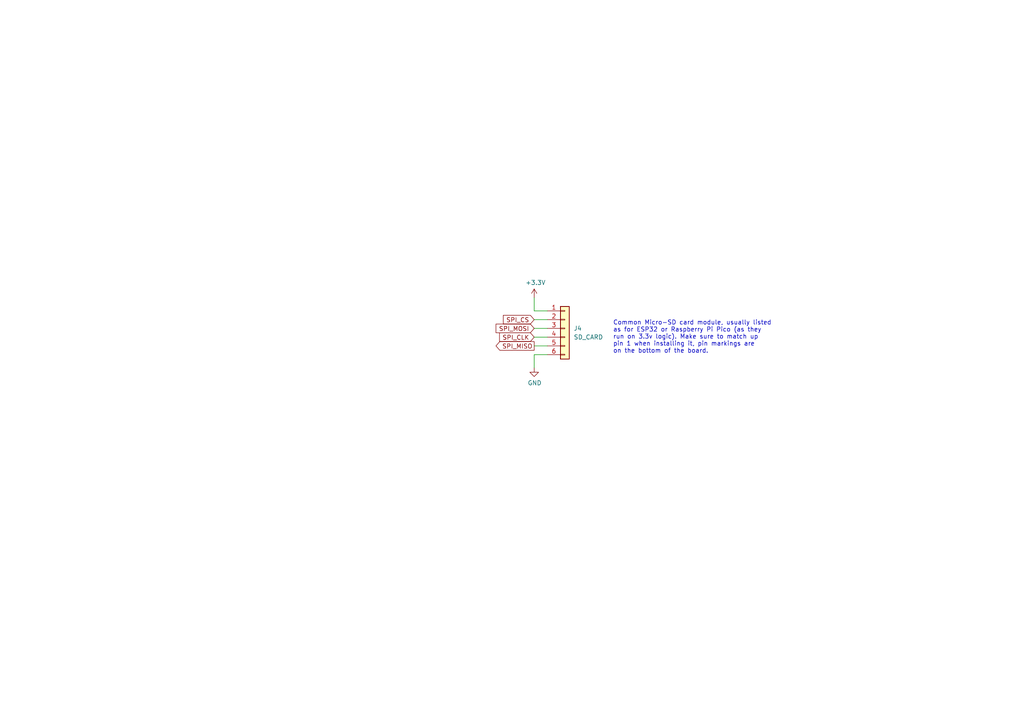
<source format=kicad_sch>
(kicad_sch (version 20231120) (generator "eeschema") (generator_version "8.0")
  (paper "A4")
  (lib_symbols
    (symbol "Connector_Generic:Conn_01x06" (pin_names (offset 1.016) hide)
      (property "Reference" "J" (at 0 7.62 0))
      (property "Value" "Conn_01x06" (at 0 -10.16 0))
      (symbol "Conn_01x06_1_1"
        (rectangle (start -1.27 -7.493) (end 0 -7.747) (stroke (width 0.1524)))
        (rectangle (start -1.27 -4.953) (end 0 -5.207) (stroke (width 0.1524)))
        (rectangle (start -1.27 -2.413) (end 0 -2.667) (stroke (width 0.1524)))
        (rectangle (start -1.27 0.127) (end 0 -0.127) (stroke (width 0.1524)))
        (rectangle (start -1.27 2.667) (end 0 2.413) (stroke (width 0.1524)))
        (rectangle (start -1.27 5.207) (end 0 4.953) (stroke (width 0.1524)))
        (rectangle (start -1.27 6.35) (end 1.27 -8.89) (stroke (width 0.254)) (fill (type background)))
        (pin passive line (at -5.08 5.08 0) (length 3.81) (name "Pin_1") (number "1"))
        (pin passive line (at -5.08 2.54 0) (length 3.81) (name "Pin_2") (number "2"))
        (pin passive line (at -5.08 0 0) (length 3.81) (name "Pin_3") (number "3"))
        (pin passive line (at -5.08 -2.54 0) (length 3.81) (name "Pin_4") (number "4"))
        (pin passive line (at -5.08 -5.08 0) (length 3.81) (name "Pin_5") (number "5"))
        (pin passive line (at -5.08 -7.62 0) (length 3.81) (name "Pin_6") (number "6"))
      )
    )
    (symbol "power:+3.3V" (power) (pin_numbers hide) (pin_names (offset 0) hide)
      (property "Value" "+3.3V" (at 0 3.556 0))
      (symbol "+3.3V_0_1"
        (polyline (pts (xy -0.762 1.27) (xy 0 2.54)))
        (polyline (pts (xy 0 0) (xy 0 2.54)))
        (polyline (pts (xy 0 2.54) (xy 0.762 1.27)))
      )
      (symbol "+3.3V_1_1"
        (pin power_in line (at 0 0 90) (length 0) (name "~") (number "1"))
      )
    )
    (symbol "power:GND" (power) (pin_numbers hide) (pin_names (offset 0) hide)
      (property "Value" "GND" (at 0 -3.81 0))
      (symbol "GND_0_1"
        (polyline (pts (xy 0 0) (xy 0 -1.27) (xy 1.27 -1.27) (xy 0 -2.54) (xy -1.27 -1.27) (xy 0 -1.27)))
      )
      (symbol "GND_1_1"
        (pin power_in line (at 0 0 270) (length 0) (name "~") (number "1"))
      )
    )
  )
  (wire (pts (xy 154.94 95.25) (xy 158.75 95.25)))
  (wire (pts (xy 154.94 92.71) (xy 158.75 92.71)))
  (wire (pts (xy 154.94 102.87) (xy 158.75 102.87)))
  (wire (pts (xy 154.94 100.33) (xy 158.75 100.33)))
  (wire (pts (xy 154.94 97.79) (xy 158.75 97.79)))
  (wire (pts (xy 154.94 90.17) (xy 158.75 90.17)))
  (wire (pts (xy 154.94 86.36) (xy 154.94 90.17)))
  (wire (pts (xy 154.94 106.68) (xy 154.94 102.87)))
  (text "Common Micro-SD card module, usually listed\nas for ESP32 or Raspberry Pi Pico (as they\nrun on 3.3v logic). Make sure to match up\npin 1 when installing it, pin markings are\non the bottom of the board." (at 177.8 97.79 0) (effects (font (size 1.27 1.27)) (justify left)))
  (global_label "SPI_CLK" (shape input) (at 154.94 97.79 180) (property "Intersheetrefs" "${INTERSHEET_REFS}" (effects (hide yes))))
  (global_label "SPI_MOSI" (shape input) (at 154.94 95.25 180) (property "Intersheetrefs" "${INTERSHEET_REFS}" (effects (hide yes))))
  (global_label "SPI_CS" (shape input) (at 154.94 92.71 180) (property "Intersheetrefs" "${INTERSHEET_REFS}" (effects (hide yes))))
  (global_label "SPI_MISO" (shape output) (at 154.94 100.33 180) (property "Intersheetrefs" "${INTERSHEET_REFS}" (effects (hide yes))))
  (symbol (lib_id "Connector_Generic:Conn_01x06") (at 163.83 95.25 0) (unit 1)
    (property "Reference" "J4" (at 166.37 95.2499 0) (effects (justify left)))
    (property "Value" "SD_CARD" (at 166.37 97.7899 0) (effects (justify left)))
    (property "Footprint" "BulkyModem:ESP32_SD_Module" (effects (hide yes)))
    (property "Description" "Generic connector, single row, 01x06, script generated (kicad-library-utils/schlib/autogen/connector/)" (effects (hide yes)))
  )
  (symbol (lib_id "power:GND") (at 154.94 106.68 0) (unit 1)
    (property "Reference" "#PWR020" (effects (hide yes)))
    (property "Value" "GND" (at 155.067 111.0742 0))
    (property "Description" "Power symbol creates a global label with name \"GND\" , ground" (effects (hide yes)))
  )
  (symbol (lib_id "power:+3.3V") (at 154.94 86.36 0) (unit 1)
    (property "Reference" "#PWR016" (effects (hide yes)))
    (property "Value" "+3.3V" (at 155.321 81.9658 0))
    (property "Description" "Power symbol creates a global label with name \"+3.3V\"" (effects (hide yes)))
  )
)
</source>
